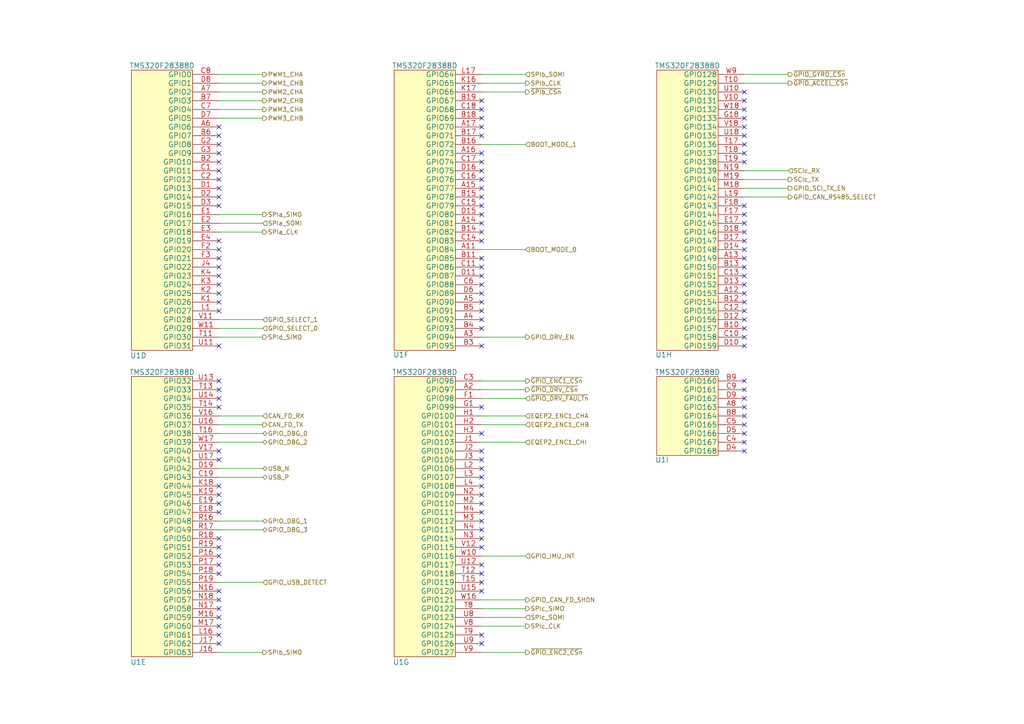
<source format=kicad_sch>
(kicad_sch (version 20231120) (generator "eeschema") (generator_version "8.0")
  (paper "A4")
  (title_block (title "Open MOtor DRiver Initiative  - Single Axis (OMODRI_SA)") (date "2025-03-07") (rev "1.0") (company "LAAS/CNRS"))
  (lib_symbols
    (symbol "omodri_lib:TMS320F28388D" (pin_names (offset 0.254))
      (property "Reference" "U" (at -8.89 55.88 0))
      (property "Value" "TMS320F28388D" (at 0 53.34 0))
      (symbol "TMS320F28388D_1_1"
        (rectangle (start -8.89 49.53) (end 8.89 -46.99) (fill (type background)))
        (pin power_in line (at -16.51 48.26 0) (length 7.62) (name "VSS") (number "A1"))
        (pin power_in line (at -16.51 45.72 0) (length 7.62) (name "VSS") (number "A10"))
        (pin power_in line (at -16.51 43.18 0) (length 7.62) (name "VSS") (number "A19"))
        (pin power_in line (at -16.51 33.02 0) (length 7.62) (name "VSS") (number "E12"))
        (pin power_in line (at -16.51 30.48 0) (length 7.62) (name "VSS") (number "E14"))
        (pin power_in line (at -16.51 27.94 0) (length 7.62) (name "VSS") (number "E15"))
        (pin power_in line (at -16.51 40.64 0) (length 7.62) (name "VSS") (number "E5"))
        (pin power_in line (at -16.51 38.1 0) (length 7.62) (name "VSS") (number "E6"))
        (pin power_in line (at -16.51 35.56 0) (length 7.62) (name "VSS") (number "E8"))
        (pin power_in line (at -16.51 17.78 0) (length 7.62) (name "VSS") (number "F12"))
        (pin power_in line (at -16.51 15.24 0) (length 7.62) (name "VSS") (number "F14"))
        (pin power_in line (at -16.51 12.7 0) (length 7.62) (name "VSS") (number "F15"))
        (pin power_in line (at -16.51 25.4 0) (length 7.62) (name "VSS") (number "F5"))
        (pin power_in line (at -16.51 22.86 0) (length 7.62) (name "VSS") (number "F6"))
        (pin power_in line (at -16.51 20.32 0) (length 7.62) (name "VSS") (number "F8"))
        (pin power_in line (at -16.51 10.16 0) (length 7.62) (name "VSS") (number "G16"))
        (pin power_in line (at -16.51 7.62 0) (length 7.62) (name "VSS") (number "G17"))
        (pin power_in line (at -16.51 0 0) (length 7.62) (name "VSS") (number "H10"))
        (pin power_in line (at -16.51 -2.54 0) (length 7.62) (name "VSS") (number "H11"))
        (pin power_in line (at -16.51 -5.08 0) (length 7.62) (name "VSS") (number "H12"))
        (pin power_in line (at -16.51 -7.62 0) (length 7.62) (name "VSS") (number "H14"))
        (pin power_in line (at -16.51 -10.16 0) (length 7.62) (name "VSS") (number "H15"))
        (pin power_in line (at 16.51 48.26 180) (length 7.62) (name "VSSOSC") (number "H18"))
        (pin power_in line (at 16.51 45.72 180) (length 7.62) (name "VSSOSC") (number "H19"))
        (pin power_in line (at -16.51 5.08 0) (length 7.62) (name "VSS") (number "H8"))
        (pin power_in line (at -16.51 2.54 0) (length 7.62) (name "VSS") (number "H9"))
        (pin power_in line (at -16.51 -22.86 0) (length 7.62) (name "VSS") (number "J10"))
        (pin power_in line (at -16.51 -25.4 0) (length 7.62) (name "VSS") (number "J11"))
        (pin power_in line (at -16.51 -27.94 0) (length 7.62) (name "VSS") (number "J12"))
        (pin power_in line (at -16.51 -12.7 0) (length 7.62) (name "VSS") (number "J5"))
        (pin power_in line (at -16.51 -15.24 0) (length 7.62) (name "VSS") (number "J6"))
        (pin power_in line (at -16.51 -17.78 0) (length 7.62) (name "VSS") (number "J8"))
        (pin power_in line (at -16.51 -20.32 0) (length 7.62) (name "VSS") (number "J9"))
        (pin power_in line (at -16.51 -35.56 0) (length 7.62) (name "VSS") (number "K10"))
        (pin power_in line (at -16.51 -38.1 0) (length 7.62) (name "VSS") (number "K11"))
        (pin power_in line (at -16.51 -40.64 0) (length 7.62) (name "VSS") (number "K12"))
        (pin power_in line (at -16.51 -43.18 0) (length 7.62) (name "VSS") (number "K14"))
        (pin power_in line (at -16.51 -45.72 0) (length 7.62) (name "VSS") (number "K15"))
        (pin power_in line (at -16.51 -30.48 0) (length 7.62) (name "VSS") (number "K8"))
        (pin power_in line (at -16.51 -33.02 0) (length 7.62) (name "VSS") (number "K9"))
        (pin power_in line (at 16.51 17.78 180) (length 7.62) (name "VSS") (number "L10"))
        (pin power_in line (at 16.51 15.24 180) (length 7.62) (name "VSS") (number "L11"))
        (pin power_in line (at 16.51 12.7 180) (length 7.62) (name "VSS") (number "L12"))
        (pin power_in line (at 16.51 10.16 180) (length 7.62) (name "VSS") (number "L18"))
        (pin power_in line (at 16.51 27.94 180) (length 7.62) (name "VSS") (number "L5"))
        (pin power_in line (at 16.51 25.4 180) (length 7.62) (name "VSS") (number "L6"))
        (pin power_in line (at 16.51 22.86 180) (length 7.62) (name "VSS") (number "L8"))
        (pin power_in line (at 16.51 20.32 180) (length 7.62) (name "VSS") (number "L9"))
        (pin power_in line (at 16.51 2.54 180) (length 7.62) (name "VSS") (number "M10"))
        (pin power_in line (at 16.51 0 180) (length 7.62) (name "VSS") (number "M11"))
        (pin power_in line (at 16.51 -2.54 180) (length 7.62) (name "VSS") (number "M12"))
        (pin power_in line (at 16.51 -5.08 180) (length 7.62) (name "VSS") (number "M14"))
        (pin power_in line (at 16.51 -7.62 180) (length 7.62) (name "VSS") (number "M15"))
        (pin power_in line (at 16.51 7.62 180) (length 7.62) (name "VSS") (number "M8"))
        (pin power_in line (at 16.51 5.08 180) (length 7.62) (name "VSS") (number "M9"))
        (pin power_in line (at 16.51 -10.16 180) (length 7.62) (name "VSS") (number "N1"))
        (pin power_in line (at 16.51 -12.7 180) (length 7.62) (name "VSS") (number "N5"))
        (pin power_in line (at 16.51 -15.24 180) (length 7.62) (name "VSS") (number "N6"))
        (pin power_in line (at 16.51 41.91 180) (length 7.62) (name "VSSA") (number "P1"))
        (pin power_in line (at 16.51 -22.86 180) (length 7.62) (name "VSS") (number "P11"))
        (pin power_in line (at 16.51 -25.4 180) (length 7.62) (name "VSS") (number "P12"))
        (pin power_in line (at 16.51 -27.94 180) (length 7.62) (name "VSS") (number "P14"))
        (pin power_in line (at 16.51 -30.48 180) (length 7.62) (name "VSS") (number "P15"))
        (pin power_in line (at 16.51 39.37 180) (length 7.62) (name "VSSA") (number "P5"))
        (pin power_in line (at 16.51 -17.78 180) (length 7.62) (name "VSS") (number "P7"))
        (pin power_in line (at 16.51 -20.32 180) (length 7.62) (name "VSS") (number "P8"))
        (pin power_in line (at 16.51 -38.1 180) (length 7.62) (name "VSS") (number "R14"))
        (pin power_in line (at 16.51 -40.64 180) (length 7.62) (name "VSS") (number "R15"))
        (pin power_in line (at 16.51 36.83 180) (length 7.62) (name "VSSA") (number "R5"))
        (pin power_in line (at 16.51 -33.02 180) (length 7.62) (name "VSS") (number "R7"))
        (pin power_in line (at 16.51 -35.56 180) (length 7.62) (name "VSS") (number "R8"))
        (pin power_in line (at 16.51 34.29 180) (length 7.62) (name "VSSA") (number "V7"))
        (pin power_in line (at 16.51 31.75 180) (length 7.62) (name "VSSA") (number "W1"))
        (pin power_in line (at 16.51 -45.72 180) (length 7.62) (name "VSS") (number "W19"))
        (pin power_in line (at 16.51 -43.18 180) (length 7.62) (name "VSS") (number "W7"))
      )
      (symbol "TMS320F28388D_2_1"
        (rectangle (start -10.16 49.53) (end 10.16 -21.59) (fill (type background)))
        (pin power_in line (at 17.78 45.72 180) (length 7.62) (name "VDDIO") (number "A18"))
        (pin power_in line (at 17.78 48.26 180) (length 7.62) (name "VDDIO") (number "A9"))
        (pin power_in line (at 17.78 43.18 180) (length 7.62) (name "VDDIO") (number "B1"))
        (pin power_in line (at 17.78 38.1 180) (length 7.62) (name "VDDIO") (number "E10"))
        (pin power_in line (at -17.78 45.72 0) (length 7.62) (name "VDD") (number "E11"))
        (pin power_in line (at 17.78 35.56 180) (length 7.62) (name "VDDIO") (number "E13"))
        (pin power_in line (at 17.78 33.02 180) (length 7.62) (name "VDDIO") (number "E16"))
        (pin power_in line (at 17.78 40.64 180) (length 7.62) (name "VDDIO") (number "E7"))
        (pin power_in line (at -17.78 48.26 0) (length 7.62) (name "VDD") (number "E9"))
        (pin power_in line (at 17.78 25.4 180) (length 7.62) (name "VDDIO") (number "F10"))
        (pin power_in line (at -17.78 40.64 0) (length 7.62) (name "VDD") (number "F11"))
        (pin power_in line (at 17.78 22.86 180) (length 7.62) (name "VDDIO") (number "F13"))
        (pin power_in line (at 17.78 20.32 180) (length 7.62) (name "VDDIO") (number "F16"))
        (pin power_in line (at 17.78 30.48 180) (length 7.62) (name "VDDIO") (number "F4"))
        (pin power_in line (at 17.78 27.94 180) (length 7.62) (name "VDDIO") (number "F7"))
        (pin power_in line (at -17.78 43.18 0) (length 7.62) (name "VDD") (number "F9"))
        (pin power_in line (at -17.78 38.1 0) (length 7.62) (name "VDD") (number "G14"))
        (pin power_in line (at -17.78 35.56 0) (length 7.62) (name "VDD") (number "G15"))
        (pin power_in line (at 17.78 17.78 180) (length 7.62) (name "VDDIO") (number "G4"))
        (pin power_in line (at 17.78 15.24 180) (length 7.62) (name "VDDIO") (number "G5"))
        (pin power_in line (at 17.78 12.7 180) (length 7.62) (name "VDDIO") (number "G6"))
        (pin power_in line (at -17.78 -17.78 0) (length 7.62) (name "VDDOSC") (number "H16"))
        (pin power_in line (at -17.78 -20.32 0) (length 7.62) (name "VDDOSC") (number "H17"))
        (pin power_in line (at 17.78 10.16 180) (length 7.62) (name "VDDIO") (number "H5"))
        (pin power_in line (at 17.78 7.62 180) (length 7.62) (name "VDDIO") (number "H6"))
        (pin power_in line (at -17.78 33.02 0) (length 7.62) (name "VDD") (number "J14"))
        (pin power_in line (at -17.78 30.48 0) (length 7.62) (name "VDD") (number "J15"))
        (pin power_in line (at -17.78 27.94 0) (length 7.62) (name "VDD") (number "K5"))
        (pin power_in line (at -17.78 25.4 0) (length 7.62) (name "VDD") (number "K6"))
        (pin power_in line (at 17.78 5.08 180) (length 7.62) (name "VDDIO") (number "L14"))
        (pin power_in line (at 17.78 2.54 180) (length 7.62) (name "VDDIO") (number "L15"))
        (pin power_in line (at 17.78 0 180) (length 7.62) (name "VDDIO") (number "M1"))
        (pin power_in line (at 17.78 -2.54 180) (length 7.62) (name "VDDIO") (number "M5"))
        (pin power_in line (at 17.78 -5.08 180) (length 7.62) (name "VDDIO") (number "M6"))
        (pin power_in line (at 17.78 -7.62 180) (length 7.62) (name "VDDIO") (number "N14"))
        (pin power_in line (at 17.78 -10.16 180) (length 7.62) (name "VDDIO") (number "N15"))
        (pin power_in line (at -17.78 22.86 0) (length 7.62) (name "VDD") (number "P10"))
        (pin power_in line (at -17.78 20.32 0) (length 7.62) (name "VDD") (number "P13"))
        (pin power_in line (at -17.78 10.16 0) (length 7.62) (name "VDDA") (number "P6"))
        (pin power_in line (at 17.78 -12.7 180) (length 7.62) (name "VDDIO") (number "P9"))
        (pin power_in line (at -17.78 17.78 0) (length 7.62) (name "VDD") (number "R10"))
        (pin power_in line (at -17.78 -3.81 0) (length 7.62) (name "VDD3VFL") (number "R11"))
        (pin power_in line (at -17.78 -6.35 0) (length 7.62) (name "VDD3VFL") (number "R12"))
        (pin power_in line (at -17.78 15.24 0) (length 7.62) (name "VDD") (number "R13"))
        (pin power_in line (at -17.78 7.62 0) (length 7.62) (name "VDDA") (number "R6"))
        (pin power_in line (at 17.78 -15.24 180) (length 7.62) (name "VDDIO") (number "R9"))
        (pin power_in line (at 17.78 -17.78 180) (length 7.62) (name "VDDIO") (number "V19"))
        (pin power_in line (at 17.78 -20.32 180) (length 7.62) (name "VDDIO") (number "W8"))
      )
      (symbol "TMS320F28388D_3_1"
        (rectangle (start -11.43 49.53) (end 11.43 -21.59) (fill (type background)))
        (pin power_in line (at -19.05 7.62 0) (length 7.62) (name "VREFLOC") (number "P2"))
        (pin input line (at 19.05 10.16 180) (length 7.62) (name "ADCINC3") (number "P3"))
        (pin input line (at 19.05 5.08 180) (length 7.62) (name "ADCINC5") (number "P4"))
        (pin power_in line (at -19.05 43.18 0) (length 7.62) (name "VREFHIC") (number "R1"))
        (pin power_in line (at -19.05 12.7 0) (length 7.62) (name "VREFLOA") (number "R2"))
        (pin input line (at 19.05 12.7 180) (length 7.62) (name "ADCINC2") (number "R3"))
        (pin input line (at 19.05 7.62 180) (length 7.62) (name "ADCINC4") (number "R4"))
        (pin input line (at 19.05 45.72 180) (length 7.62) (name "ADCINA1") (number "T1"))
        (pin input line (at 19.05 40.64 180) (length 7.62) (name "ADCINA3") (number "T2"))
        (pin input line (at 19.05 35.56 180) (length 7.62) (name "ADCINA5") (number "T3"))
        (pin input line (at 19.05 -17.78 180) (length 7.62) (name "ADCIN14") (number "T4"))
        (pin input line (at 19.05 0 180) (length 7.62) (name "ADCIND0") (number "T5"))
        (pin input line (at 19.05 -5.08 180) (length 7.62) (name "ADCIND2") (number "T6"))
        (pin input line (at 19.05 -10.16 180) (length 7.62) (name "ADCIND4") (number "T7"))
        (pin input line (at 19.05 48.26 180) (length 7.62) (name "ADCINA0") (number "U1"))
        (pin input line (at 19.05 43.18 180) (length 7.62) (name "ADCINA2") (number "U2"))
        (pin input line (at 19.05 38.1 180) (length 7.62) (name "ADCINA4") (number "U3"))
        (pin input line (at 19.05 -20.32 180) (length 7.62) (name "ADCIN15") (number "U4"))
        (pin input line (at 19.05 -2.54 180) (length 7.62) (name "ADCIND1") (number "U5"))
        (pin input line (at 19.05 -7.62 180) (length 7.62) (name "ADCIND3") (number "U6"))
        (pin input line (at 19.05 -12.7 180) (length 7.62) (name "ADCIND5") (number "U7"))
        (pin power_in line (at -19.05 48.26 0) (length 7.62) (name "VREFHIA") (number "V1"))
        (pin input line (at 19.05 30.48 180) (length 7.62) (name "ADCINB0") (number "V2"))
        (pin input line (at 19.05 25.4 180) (length 7.62) (name "ADCINB2") (number "V3"))
        (pin input line (at 19.05 20.32 180) (length 7.62) (name "ADCINB4") (number "V4"))
        (pin power_in line (at -19.05 40.64 0) (length 7.62) (name "VREFHID") (number "V5"))
        (pin power_in line (at -19.05 10.16 0) (length 7.62) (name "VREFLOB") (number "V6"))
        (pin input line (at 19.05 27.94 180) (length 7.62) (name "ADCINB1") (number "W2"))
        (pin input line (at 19.05 22.86 180) (length 7.62) (name "ADCINB3") (number "W3"))
        (pin input line (at 19.05 17.78 180) (length 7.62) (name "ADCINB5") (number "W4"))
        (pin power_in line (at -19.05 45.72 0) (length 7.62) (name "VREFHIB") (number "W5"))
        (pin power_in line (at -19.05 5.08 0) (length 7.62) (name "VREFLOD") (number "W6"))
      )
      (symbol "TMS320F28388D_4_1"
        (rectangle (start -8.89 49.53) (end 8.89 -31.75) (fill (type background)))
        (pin passive line (at 16.51 33.02 180) (length 7.62) (name "GPIO6") (number "A6"))
        (pin passive line (at 16.51 43.18 180) (length 7.62) (name "GPIO2") (number "A7"))
        (pin passive line (at 16.51 22.86 180) (length 7.62) (name "GPIO10") (number "B2"))
        (pin passive line (at 16.51 30.48 180) (length 7.62) (name "GPIO7") (number "B6"))
        (pin passive line (at 16.51 40.64 180) (length 7.62) (name "GPIO3") (number "B7"))
        (pin passive line (at 16.51 20.32 180) (length 7.62) (name "GPIO11") (number "C1"))
        (pin passive line (at 16.51 17.78 180) (length 7.62) (name "GPIO12") (number "C2"))
        (pin passive line (at 16.51 38.1 180) (length 7.62) (name "GPIO4") (number "C7"))
        (pin passive line (at 16.51 48.26 180) (length 7.62) (name "GPIO0") (number "C8"))
        (pin passive line (at 16.51 15.24 180) (length 7.62) (name "GPIO13") (number "D1"))
        (pin passive line (at 16.51 12.7 180) (length 7.62) (name "GPIO14") (number "D2"))
        (pin passive line (at 16.51 10.16 180) (length 7.62) (name "GPIO15") (number "D3"))
        (pin passive line (at 16.51 35.56 180) (length 7.62) (name "GPIO5") (number "D7"))
        (pin passive line (at 16.51 45.72 180) (length 7.62) (name "GPIO1") (number "D8"))
        (pin passive line (at 16.51 7.62 180) (length 7.62) (name "GPIO16") (number "E1"))
        (pin passive line (at 16.51 5.08 180) (length 7.62) (name "GPIO17") (number "E2"))
        (pin passive line (at 16.51 2.54 180) (length 7.62) (name "GPIO18") (number "E3"))
        (pin passive line (at 16.51 0 180) (length 7.62) (name "GPIO19") (number "E4"))
        (pin passive line (at 16.51 -2.54 180) (length 7.62) (name "GPIO20") (number "F2"))
        (pin passive line (at 16.51 -5.08 180) (length 7.62) (name "GPIO21") (number "F3"))
        (pin passive line (at 16.51 27.94 180) (length 7.62) (name "GPIO8") (number "G2"))
        (pin passive line (at 16.51 25.4 180) (length 7.62) (name "GPIO9") (number "G3"))
        (pin passive line (at 16.51 -7.62 180) (length 7.62) (name "GPIO22") (number "J4"))
        (pin passive line (at 16.51 -17.78 180) (length 7.62) (name "GPIO26") (number "K1"))
        (pin passive line (at 16.51 -15.24 180) (length 7.62) (name "GPIO25") (number "K2"))
        (pin passive line (at 16.51 -12.7 180) (length 7.62) (name "GPIO24") (number "K3"))
        (pin passive line (at 16.51 -10.16 180) (length 7.62) (name "GPIO23") (number "K4"))
        (pin passive line (at 16.51 -20.32 180) (length 7.62) (name "GPIO27") (number "L1"))
        (pin passive line (at 16.51 -27.94 180) (length 7.62) (name "GPIO30") (number "T11"))
        (pin passive line (at 16.51 -30.48 180) (length 7.62) (name "GPIO31") (number "U11"))
        (pin passive line (at 16.51 -22.86 180) (length 7.62) (name "GPIO28") (number "V11"))
        (pin passive line (at 16.51 -25.4 180) (length 7.62) (name "GPIO29") (number "W11"))
      )
      (symbol "TMS320F28388D_5_1"
        (rectangle (start -8.89 49.53) (end 8.89 -31.75) (fill (type background)))
        (pin passive line (at 16.51 20.32 180) (length 7.62) (name "GPIO43") (number "C19"))
        (pin passive line (at 16.51 22.86 180) (length 7.62) (name "GPIO42") (number "D19"))
        (pin passive line (at 16.51 10.16 180) (length 7.62) (name "GPIO47") (number "E18"))
        (pin passive line (at 16.51 12.7 180) (length 7.62) (name "GPIO46") (number "E19"))
        (pin passive line (at 16.51 -30.48 180) (length 7.62) (name "GPIO63") (number "J16"))
        (pin passive line (at 16.51 -27.94 180) (length 7.62) (name "GPIO62") (number "J17"))
        (pin passive line (at 16.51 17.78 180) (length 7.62) (name "GPIO44") (number "K18"))
        (pin passive line (at 16.51 15.24 180) (length 7.62) (name "GPIO45") (number "K19"))
        (pin passive line (at 16.51 -25.4 180) (length 7.62) (name "GPIO61") (number "L16"))
        (pin passive line (at 16.51 -20.32 180) (length 7.62) (name "GPIO59") (number "M16"))
        (pin passive line (at 16.51 -22.86 180) (length 7.62) (name "GPIO60") (number "M17"))
        (pin passive line (at 16.51 -12.7 180) (length 7.62) (name "GPIO56") (number "N16"))
        (pin passive line (at 16.51 -17.78 180) (length 7.62) (name "GPIO58") (number "N17"))
        (pin passive line (at 16.51 -15.24 180) (length 7.62) (name "GPIO57") (number "N18"))
        (pin passive line (at 16.51 -2.54 180) (length 7.62) (name "GPIO52") (number "P16"))
        (pin passive line (at 16.51 -5.08 180) (length 7.62) (name "GPIO53") (number "P17"))
        (pin passive line (at 16.51 -7.62 180) (length 7.62) (name "GPIO54") (number "P18"))
        (pin passive line (at 16.51 -10.16 180) (length 7.62) (name "GPIO55") (number "P19"))
        (pin passive line (at 16.51 7.62 180) (length 7.62) (name "GPIO48") (number "R16"))
        (pin passive line (at 16.51 5.08 180) (length 7.62) (name "GPIO49") (number "R17"))
        (pin passive line (at 16.51 2.54 180) (length 7.62) (name "GPIO50") (number "R18"))
        (pin passive line (at 16.51 0 180) (length 7.62) (name "GPIO51") (number "R19"))
        (pin passive line (at 16.51 45.72 180) (length 7.62) (name "GPIO33") (number "T13"))
        (pin passive line (at 16.51 40.64 180) (length 7.62) (name "GPIO35") (number "T14"))
        (pin passive line (at 16.51 33.02 180) (length 7.62) (name "GPIO38") (number "T16"))
        (pin passive line (at 16.51 48.26 180) (length 7.62) (name "GPIO32") (number "U13"))
        (pin passive line (at 16.51 43.18 180) (length 7.62) (name "GPIO34") (number "U14"))
        (pin passive line (at 16.51 35.56 180) (length 7.62) (name "GPIO37") (number "U16"))
        (pin passive line (at 16.51 25.4 180) (length 7.62) (name "GPIO41") (number "U17"))
        (pin passive line (at 16.51 38.1 180) (length 7.62) (name "GPIO36") (number "V16"))
        (pin passive line (at 16.51 27.94 180) (length 7.62) (name "GPIO40") (number "V17"))
        (pin passive line (at 16.51 30.48 180) (length 7.62) (name "GPIO39") (number "W17"))
      )
      (symbol "TMS320F28388D_6_1"
        (rectangle (start -8.89 49.53) (end 8.89 -31.75) (fill (type background)))
        (pin passive line (at 16.51 -2.54 180) (length 7.62) (name "GPIO84") (number "A11"))
        (pin passive line (at 16.51 5.08 180) (length 7.62) (name "GPIO81") (number "A14"))
        (pin passive line (at 16.51 15.24 180) (length 7.62) (name "GPIO77") (number "A15"))
        (pin passive line (at 16.51 25.4 180) (length 7.62) (name "GPIO73") (number "A16"))
        (pin passive line (at 16.51 33.02 180) (length 7.62) (name "GPIO70") (number "A17"))
        (pin passive line (at 16.51 -27.94 180) (length 7.62) (name "GPIO94") (number "A3"))
        (pin passive line (at 16.51 -22.86 180) (length 7.62) (name "GPIO92") (number "A4"))
        (pin passive line (at 16.51 -17.78 180) (length 7.62) (name "GPIO90") (number "A5"))
        (pin passive line (at 16.51 -5.08 180) (length 7.62) (name "GPIO85") (number "B11"))
        (pin passive line (at 16.51 2.54 180) (length 7.62) (name "GPIO82") (number "B14"))
        (pin passive line (at 16.51 12.7 180) (length 7.62) (name "GPIO78") (number "B15"))
        (pin passive line (at 16.51 27.94 180) (length 7.62) (name "GPIO72") (number "B16"))
        (pin passive line (at 16.51 30.48 180) (length 7.62) (name "GPIO71") (number "B17"))
        (pin passive line (at 16.51 35.56 180) (length 7.62) (name "GPIO69") (number "B18"))
        (pin passive line (at 16.51 40.64 180) (length 7.62) (name "GPIO67") (number "B19"))
        (pin passive line (at 16.51 -30.48 180) (length 7.62) (name "GPIO95") (number "B3"))
        (pin passive line (at 16.51 -25.4 180) (length 7.62) (name "GPIO93") (number "B4"))
        (pin passive line (at 16.51 -20.32 180) (length 7.62) (name "GPIO91") (number "B5"))
        (pin passive line (at 16.51 -7.62 180) (length 7.62) (name "GPIO86") (number "C11"))
        (pin passive line (at 16.51 0 180) (length 7.62) (name "GPIO83") (number "C14"))
        (pin passive line (at 16.51 10.16 180) (length 7.62) (name "GPIO79") (number "C15"))
        (pin passive line (at 16.51 17.78 180) (length 7.62) (name "GPIO76") (number "C16"))
        (pin passive line (at 16.51 22.86 180) (length 7.62) (name "GPIO74") (number "C17"))
        (pin passive line (at 16.51 38.1 180) (length 7.62) (name "GPIO68") (number "C18"))
        (pin passive line (at 16.51 -12.7 180) (length 7.62) (name "GPIO88") (number "C6"))
        (pin passive line (at 16.51 -10.16 180) (length 7.62) (name "GPIO87") (number "D11"))
        (pin passive line (at 16.51 7.62 180) (length 7.62) (name "GPIO80") (number "D15"))
        (pin passive line (at 16.51 20.32 180) (length 7.62) (name "GPIO75") (number "D16"))
        (pin passive line (at 16.51 -15.24 180) (length 7.62) (name "GPIO89") (number "D6"))
        (pin passive line (at 16.51 45.72 180) (length 7.62) (name "GPIO65") (number "K16"))
        (pin passive line (at 16.51 43.18 180) (length 7.62) (name "GPIO66") (number "K17"))
        (pin passive line (at 16.51 48.26 180) (length 7.62) (name "GPIO64") (number "L17"))
      )
      (symbol "TMS320F28388D_7_1"
        (rectangle (start -8.89 49.53) (end 8.89 -31.75) (fill (type background)))
        (pin passive line (at 16.51 45.72 180) (length 7.62) (name "GPIO97") (number "A2"))
        (pin passive line (at 16.51 48.26 180) (length 7.62) (name "GPIO96") (number "C3"))
        (pin passive line (at 16.51 43.18 180) (length 7.62) (name "GPIO98") (number "F1"))
        (pin passive line (at 16.51 40.64 180) (length 7.62) (name "GPIO99") (number "G1"))
        (pin passive line (at 16.51 38.1 180) (length 7.62) (name "GPIO100") (number "H1"))
        (pin passive line (at 16.51 35.56 180) (length 7.62) (name "GPIO101") (number "H2"))
        (pin passive line (at 16.51 33.02 180) (length 7.62) (name "GPIO102") (number "H3"))
        (pin passive line (at 16.51 30.48 180) (length 7.62) (name "GPIO103") (number "J1"))
        (pin passive line (at 16.51 27.94 180) (length 7.62) (name "GPIO104") (number "J2"))
        (pin passive line (at 16.51 25.4 180) (length 7.62) (name "GPIO105") (number "J3"))
        (pin passive line (at 16.51 22.86 180) (length 7.62) (name "GPIO106") (number "L2"))
        (pin passive line (at 16.51 20.32 180) (length 7.62) (name "GPIO107") (number "L3"))
        (pin passive line (at 16.51 17.78 180) (length 7.62) (name "GPIO108") (number "L4"))
        (pin passive line (at 16.51 12.7 180) (length 7.62) (name "GPIO110") (number "M2"))
        (pin passive line (at 16.51 7.62 180) (length 7.62) (name "GPIO112") (number "M3"))
        (pin passive line (at 16.51 10.16 180) (length 7.62) (name "GPIO111") (number "M4"))
        (pin passive line (at 16.51 15.24 180) (length 7.62) (name "GPIO109") (number "N2"))
        (pin passive line (at 16.51 2.54 180) (length 7.62) (name "GPIO114") (number "N3"))
        (pin passive line (at 16.51 5.08 180) (length 7.62) (name "GPIO113") (number "N4"))
        (pin passive line (at 16.51 -7.62 180) (length 7.62) (name "GPIO118") (number "T12"))
        (pin passive line (at 16.51 -10.16 180) (length 7.62) (name "GPIO119") (number "T15"))
        (pin passive line (at 16.51 -17.78 180) (length 7.62) (name "GPIO122") (number "T8"))
        (pin passive line (at 16.51 -25.4 180) (length 7.62) (name "GPIO125") (number "T9"))
        (pin passive line (at 16.51 -5.08 180) (length 7.62) (name "GPIO117") (number "U12"))
        (pin passive line (at 16.51 -12.7 180) (length 7.62) (name "GPIO120") (number "U15"))
        (pin passive line (at 16.51 -20.32 180) (length 7.62) (name "GPIO123") (number "U8"))
        (pin passive line (at 16.51 -27.94 180) (length 7.62) (name "GPIO126") (number "U9"))
        (pin passive line (at 16.51 0 180) (length 7.62) (name "GPIO115") (number "V12"))
        (pin passive line (at 16.51 -22.86 180) (length 7.62) (name "GPIO124") (number "V8"))
        (pin passive line (at 16.51 -30.48 180) (length 7.62) (name "GPIO127") (number "V9"))
        (pin passive line (at 16.51 -2.54 180) (length 7.62) (name "GPIO116") (number "W10"))
        (pin passive line (at 16.51 -15.24 180) (length 7.62) (name "GPIO121") (number "W16"))
      )
      (symbol "TMS320F28388D_8_1"
        (rectangle (start -8.89 49.53) (end 8.89 -31.75) (fill (type background)))
        (pin passive line (at 16.51 -15.24 180) (length 7.62) (name "GPIO153") (number "A12"))
        (pin passive line (at 16.51 -5.08 180) (length 7.62) (name "GPIO149") (number "A13"))
        (pin passive line (at 16.51 -25.4 180) (length 7.62) (name "GPIO157") (number "B10"))
        (pin passive line (at 16.51 -17.78 180) (length 7.62) (name "GPIO154") (number "B12"))
        (pin passive line (at 16.51 -7.62 180) (length 7.62) (name "GPIO150") (number "B13"))
        (pin passive line (at 16.51 -27.94 180) (length 7.62) (name "GPIO158") (number "C10"))
        (pin passive line (at 16.51 -20.32 180) (length 7.62) (name "GPIO155") (number "C12"))
        (pin passive line (at 16.51 -10.16 180) (length 7.62) (name "GPIO151") (number "C13"))
        (pin passive line (at 16.51 -30.48 180) (length 7.62) (name "GPIO159") (number "D10"))
        (pin passive line (at 16.51 -22.86 180) (length 7.62) (name "GPIO156") (number "D12"))
        (pin passive line (at 16.51 -12.7 180) (length 7.62) (name "GPIO152") (number "D13"))
        (pin passive line (at 16.51 -2.54 180) (length 7.62) (name "GPIO148") (number "D14"))
        (pin passive line (at 16.51 0 180) (length 7.62) (name "GPIO147") (number "D17"))
        (pin passive line (at 16.51 2.54 180) (length 7.62) (name "GPIO146") (number "D18"))
        (pin passive line (at 16.51 5.08 180) (length 7.62) (name "GPIO145") (number "E17"))
        (pin passive line (at 16.51 7.62 180) (length 7.62) (name "GPIO144") (number "F17"))
        (pin passive line (at 16.51 10.16 180) (length 7.62) (name "GPIO143") (number "F18"))
        (pin passive line (at 16.51 35.56 180) (length 7.62) (name "GPIO133") (number "G18"))
        (pin passive line (at 16.51 12.7 180) (length 7.62) (name "GPIO142") (number "L19"))
        (pin passive line (at 16.51 15.24 180) (length 7.62) (name "GPIO141") (number "M18"))
        (pin passive line (at 16.51 17.78 180) (length 7.62) (name "GPIO140") (number "M19"))
        (pin passive line (at 16.51 20.32 180) (length 7.62) (name "GPIO139") (number "N19"))
        (pin passive line (at 16.51 45.72 180) (length 7.62) (name "GPIO129") (number "T10"))
        (pin passive line (at 16.51 27.94 180) (length 7.62) (name "GPIO136") (number "T17"))
        (pin passive line (at 16.51 25.4 180) (length 7.62) (name "GPIO137") (number "T18"))
        (pin passive line (at 16.51 22.86 180) (length 7.62) (name "GPIO138") (number "T19"))
        (pin passive line (at 16.51 43.18 180) (length 7.62) (name "GPIO130") (number "U10"))
        (pin passive line (at 16.51 30.48 180) (length 7.62) (name "GPIO135") (number "U18"))
        (pin passive line (at 16.51 40.64 180) (length 7.62) (name "GPIO131") (number "V10"))
        (pin passive line (at 16.51 33.02 180) (length 7.62) (name "GPIO134") (number "V18"))
        (pin passive line (at 16.51 38.1 180) (length 7.62) (name "GPIO132") (number "W18"))
        (pin passive line (at 16.51 48.26 180) (length 7.62) (name "GPIO128") (number "W9"))
      )
      (symbol "TMS320F28388D_9_1"
        (rectangle (start -8.89 49.53) (end 8.89 26.67) (fill (type background)))
        (pin passive line (at 16.51 40.64 180) (length 7.62) (name "GPIO163") (number "A8"))
        (pin passive line (at 16.51 38.1 180) (length 7.62) (name "GPIO164") (number "B8"))
        (pin passive line (at 16.51 48.26 180) (length 7.62) (name "GPIO160") (number "B9"))
        (pin passive line (at 16.51 30.48 180) (length 7.62) (name "GPIO167") (number "C4"))
        (pin passive line (at 16.51 35.56 180) (length 7.62) (name "GPIO165") (number "C5"))
        (pin passive line (at 16.51 45.72 180) (length 7.62) (name "GPIO161") (number "C9"))
        (pin passive line (at 16.51 27.94 180) (length 7.62) (name "GPIO168") (number "D4"))
        (pin passive line (at 16.51 33.02 180) (length 7.62) (name "GPIO166") (number "D5"))
        (pin passive line (at 16.51 43.18 180) (length 7.62) (name "GPIO162") (number "D9"))
      )
      (symbol "TMS320F28388D_10_1"
        (rectangle (start -8.89 49.53) (end 8.89 16.51) (fill (type background)))
        (pin open_collector line (at -16.51 17.78 0) (length 7.62) (name "~{XRSn}") (number "F19"))
        (pin input clock (at -16.51 43.18 0) (length 7.62) (name "X1") (number "G19"))
        (pin no_connect line (at 16.51 35.56 180) (length 7.62) (name "NC") (number "H4"))
        (pin no_connect line (at 16.51 33.02 180) (length 7.62) (name "NC") (number "J18"))
        (pin output inverted_clock (at -16.51 40.64 0) (length 7.62) (name "X2") (number "J19"))
        (pin open_collector line (at 16.51 48.26 180) (length 7.62) (name "ERRORSTS") (number "U19"))
        (pin no_connect line (at 16.51 40.64 180) (length 7.62) (name "FLT2") (number "V13"))
        (pin input input_low (at 16.51 27.94 180) (length 7.62) (name "~{TRSTn}") (number "V14"))
        (pin input clock (at 16.51 25.4 180) (length 7.62) (name "TCK") (number "V15"))
        (pin no_connect line (at 16.51 43.18 180) (length 7.62) (name "FLT1") (number "W12"))
        (pin input line (at 16.51 20.32 180) (length 7.62) (name "TDI") (number "W13"))
        (pin input line (at 16.51 22.86 180) (length 7.62) (name "TMS") (number "W14"))
        (pin output line (at 16.51 17.78 180) (length 7.62) (name "TDO") (number "W15"))
      )
    )
  )
  (no_connect (at 63.5 186.69))
  (no_connect (at 63.5 158.75))
  (no_connect (at 63.5 113.03))
  (no_connect (at 139.7 87.63))
  (no_connect (at 215.9 64.77))
  (no_connect (at 63.5 80.01))
  (no_connect (at 63.5 161.29))
  (no_connect (at 215.9 44.45))
  (no_connect (at 63.5 146.05))
  (no_connect (at 215.9 26.67))
  (no_connect (at 63.5 52.07))
  (no_connect (at 215.9 80.01))
  (no_connect (at 63.5 143.51))
  (no_connect (at 63.5 57.15))
  (no_connect (at 139.7 34.29))
  (no_connect (at 139.7 62.23))
  (no_connect (at 139.7 95.25))
  (no_connect (at 139.7 92.71))
  (no_connect (at 63.5 130.81))
  (no_connect (at 215.9 72.39))
  (no_connect (at 215.9 46.99))
  (no_connect (at 215.9 31.75))
  (no_connect (at 215.9 125.73))
  (no_connect (at 215.9 97.79))
  (no_connect (at 215.9 29.21))
  (no_connect (at 139.7 80.01))
  (no_connect (at 215.9 39.37))
  (no_connect (at 63.5 77.47))
  (no_connect (at 63.5 90.17))
  (no_connect (at 215.9 130.81))
  (no_connect (at 215.9 92.71))
  (no_connect (at 63.5 54.61))
  (no_connect (at 63.5 49.53))
  (no_connect (at 139.7 153.67))
  (no_connect (at 63.5 36.83))
  (no_connect (at 215.9 100.33))
  (no_connect (at 63.5 171.45))
  (no_connect (at 63.5 59.69))
  (no_connect (at 63.5 156.21))
  (no_connect (at 63.5 69.85))
  (no_connect (at 63.5 82.55))
  (no_connect (at 63.5 85.09))
  (no_connect (at 63.5 87.63))
  (no_connect (at 139.7 67.31))
  (no_connect (at 139.7 54.61))
  (no_connect (at 215.9 67.31))
  (no_connect (at 139.7 64.77))
  (no_connect (at 63.5 39.37))
  (no_connect (at 139.7 74.93))
  (no_connect (at 63.5 118.11))
  (no_connect (at 139.7 184.15))
  (no_connect (at 63.5 140.97))
  (no_connect (at 215.9 113.03))
  (no_connect (at 63.5 133.35))
  (no_connect (at 139.7 156.21))
  (no_connect (at 139.7 171.45))
  (no_connect (at 139.7 163.83))
  (no_connect (at 139.7 148.59))
  (no_connect (at 63.5 176.53))
  (no_connect (at 63.5 184.15))
  (no_connect (at 215.9 120.65))
  (no_connect (at 63.5 115.57))
  (no_connect (at 139.7 138.43))
  (no_connect (at 139.7 39.37))
  (no_connect (at 63.5 46.99))
  (no_connect (at 63.5 100.33))
  (no_connect (at 139.7 29.21))
  (no_connect (at 139.7 77.47))
  (no_connect (at 63.5 44.45))
  (no_connect (at 215.9 77.47))
  (no_connect (at 139.7 125.73))
  (no_connect (at 63.5 166.37))
  (no_connect (at 215.9 82.55))
  (no_connect (at 63.5 163.83))
  (no_connect (at 139.7 135.89))
  (no_connect (at 139.7 59.69))
  (no_connect (at 139.7 130.81))
  (no_connect (at 215.9 87.63))
  (no_connect (at 139.7 186.69))
  (no_connect (at 139.7 46.99))
  (no_connect (at 139.7 69.85))
  (no_connect (at 139.7 49.53))
  (no_connect (at 215.9 95.25))
  (no_connect (at 63.5 41.91))
  (no_connect (at 139.7 133.35))
  (no_connect (at 139.7 57.15))
  (no_connect (at 215.9 41.91))
  (no_connect (at 215.9 34.29))
  (no_connect (at 139.7 151.13))
  (no_connect (at 139.7 118.11))
  (no_connect (at 139.7 36.83))
  (no_connect (at 139.7 52.07))
  (no_connect (at 215.9 69.85))
  (no_connect (at 139.7 90.17))
  (no_connect (at 63.5 72.39))
  (no_connect (at 63.5 74.93))
  (no_connect (at 139.7 158.75))
  (no_connect (at 139.7 31.75))
  (no_connect (at 139.7 146.05))
  (no_connect (at 215.9 110.49))
  (no_connect (at 139.7 100.33))
  (no_connect (at 139.7 143.51))
  (no_connect (at 63.5 181.61))
  (no_connect (at 139.7 85.09))
  (no_connect (at 215.9 74.93))
  (no_connect (at 215.9 62.23))
  (no_connect (at 139.7 166.37))
  (no_connect (at 215.9 90.17))
  (no_connect (at 215.9 59.69))
  (no_connect (at 63.5 179.07))
  (no_connect (at 215.9 123.19))
  (no_connect (at 63.5 148.59))
  (no_connect (at 139.7 44.45))
  (no_connect (at 139.7 82.55))
  (no_connect (at 63.5 110.49))
  (no_connect (at 215.9 36.83))
  (no_connect (at 215.9 128.27))
  (no_connect (at 139.7 168.91))
  (no_connect (at 215.9 115.57))
  (no_connect (at 215.9 85.09))
  (no_connect (at 63.5 173.99))
  (no_connect (at 215.9 118.11))
  (no_connect (at 139.7 140.97))
  (wire (pts (xy 139.7 21.59) (xy 152.4 21.59)))
  (wire (pts (xy 139.7 120.65) (xy 152.4 120.65)))
  (wire (pts (xy 139.7 176.53) (xy 152.4 176.53)))
  (wire (pts (xy 63.5 138.43) (xy 76.2 138.43)))
  (wire (pts (xy 63.5 34.29) (xy 76.2 34.29)))
  (wire (pts (xy 63.5 151.13) (xy 76.2 151.13)))
  (wire (pts (xy 63.5 153.67) (xy 76.2 153.67)))
  (wire (pts (xy 139.7 123.19) (xy 152.4 123.19)))
  (wire (pts (xy 139.7 161.29) (xy 152.4 161.29)))
  (wire (pts (xy 63.5 120.65) (xy 76.2 120.65)))
  (wire (pts (xy 139.7 24.13) (xy 152.4 24.13)))
  (wire (pts (xy 215.9 21.59) (xy 228.6 21.59)))
  (wire (pts (xy 215.9 49.53) (xy 228.6 49.53)))
  (wire (pts (xy 63.5 31.75) (xy 76.2 31.75)))
  (wire (pts (xy 139.7 179.07) (xy 152.4 179.07)))
  (wire (pts (xy 63.5 29.21) (xy 76.2 29.21)))
  (wire (pts (xy 63.5 95.25) (xy 76.2 95.25)))
  (wire (pts (xy 139.7 128.27) (xy 152.4 128.27)))
  (wire (pts (xy 139.7 41.91) (xy 152.4 41.91)))
  (wire (pts (xy 63.5 128.27) (xy 76.2 128.27)))
  (wire (pts (xy 139.7 181.61) (xy 152.4 181.61)))
  (wire (pts (xy 63.5 125.73) (xy 76.2 125.73)))
  (wire (pts (xy 139.7 115.57) (xy 152.4 115.57)))
  (wire (pts (xy 139.7 173.99) (xy 152.4 173.99)))
  (wire (pts (xy 63.5 168.91) (xy 76.2 168.91)))
  (wire (pts (xy 63.5 92.71) (xy 76.2 92.71)))
  (wire (pts (xy 215.9 57.15) (xy 228.6 57.15)))
  (wire (pts (xy 63.5 21.59) (xy 76.2 21.59)))
  (wire (pts (xy 63.5 26.67) (xy 76.2 26.67)))
  (wire (pts (xy 139.7 26.67) (xy 152.4 26.67)))
  (wire (pts (xy 215.9 24.13) (xy 228.6 24.13)))
  (wire (pts (xy 63.5 24.13) (xy 76.2 24.13)))
  (wire (pts (xy 63.5 135.89) (xy 76.2 135.89)))
  (wire (pts (xy 63.5 97.79) (xy 76.2 97.79)))
  (wire (pts (xy 139.7 189.23) (xy 152.4 189.23)))
  (wire (pts (xy 63.5 64.77) (xy 76.2 64.77)))
  (wire (pts (xy 139.7 113.03) (xy 152.4 113.03)))
  (wire (pts (xy 63.5 189.23) (xy 76.2 189.23)))
  (wire (pts (xy 139.7 97.79) (xy 152.4 97.79)))
  (wire (pts (xy 215.9 54.61) (xy 228.6 54.61)))
  (wire (pts (xy 139.7 110.49) (xy 152.4 110.49)))
  (wire (pts (xy 215.9 52.07) (xy 228.6 52.07)))
  (wire (pts (xy 139.7 72.39) (xy 152.4 72.39)))
  (wire (pts (xy 63.5 123.19) (xy 76.2 123.19)))
  (wire (pts (xy 63.5 62.23) (xy 76.2 62.23)))
  (wire (pts (xy 63.5 67.31) (xy 76.2 67.31)))
  (hierarchical_label "PWM1_CHB" (shape output) (at 76.2 24.13 0))
  (hierarchical_label "EQEP2_ENC1_CHI" (shape input) (at 152.4 128.27 0))
  (hierarchical_label "SCIc_TX" (shape output) (at 228.6 52.07 0))
  (hierarchical_label "CAN_FD_RX" (shape input) (at 76.2 120.65 0))
  (hierarchical_label "SPId_SIMO" (shape output) (at 76.2 97.79 0))
  (hierarchical_label "~{GPIO_GYRO_CSn}" (shape output) (at 228.6 21.59 0))
  (hierarchical_label "PWM3_CHA" (shape output) (at 76.2 31.75 0))
  (hierarchical_label "SCIc_RX" (shape input) (at 228.6 49.53 0))
  (hierarchical_label "~{SPIb_CSn}" (shape output) (at 152.4 26.67 0))
  (hierarchical_label "GPIO_SELECT_0" (shape input) (at 76.2 95.25 0))
  (hierarchical_label "GPIO_DBG_1" (shape bidirectional) (at 76.2 151.13 0))
  (hierarchical_label "GPIO_DBG_3" (shape bidirectional) (at 76.2 153.67 0))
  (hierarchical_label "PWM2_CHB" (shape output) (at 76.2 29.21 0))
  (hierarchical_label "PWM2_CHA" (shape output) (at 76.2 26.67 0))
  (hierarchical_label "~{GPIO_ACCEL_CSn}" (shape output) (at 228.6 24.13 0))
  (hierarchical_label "BOOT_MODE_0" (shape input) (at 152.4 72.39 0))
  (hierarchical_label "PWM1_CHA" (shape output) (at 76.2 21.59 0))
  (hierarchical_label "GPIO_IMU_INT" (shape input) (at 152.4 161.29 0))
  (hierarchical_label "SPIa_SOMI" (shape input) (at 76.2 64.77 0))
  (hierarchical_label "GPIO_USB_DETECT" (shape input) (at 76.2 168.91 0))
  (hierarchical_label "EQEP2_ENC1_CHB" (shape input) (at 152.4 123.19 0))
  (hierarchical_label "CAN_FD_TX" (shape output) (at 76.2 123.19 0))
  (hierarchical_label "SPIa_SIMO" (shape output) (at 76.2 62.23 0))
  (hierarchical_label "GPIO_SELECT_1" (shape input) (at 76.2 92.71 0))
  (hierarchical_label "~{GPIO_DRV_FAULTn}" (shape input) (at 152.4 115.57 0))
  (hierarchical_label "SPIc_SIMO" (shape output) (at 152.4 176.53 0))
  (hierarchical_label "SPIb_CLK" (shape output) (at 152.4 24.13 0))
  (hierarchical_label "GPIO_DRV_EN" (shape output) (at 152.4 97.79 0))
  (hierarchical_label "SPIb_SIMO" (shape output) (at 76.2 189.23 0))
  (hierarchical_label "GPIO_DBG_0" (shape bidirectional) (at 76.2 125.73 0))
  (hierarchical_label "GPIO_CAN_RS485_SELECT" (shape output) (at 228.6 57.15 0))
  (hierarchical_label "SPIc_SOMI" (shape input) (at 152.4 179.07 0))
  (hierarchical_label "PWM3_CHB" (shape output) (at 76.2 34.29 0))
  (hierarchical_label "~{GPIO_ENC2_CSn}" (shape output) (at 152.4 189.23 0))
  (hierarchical_label "SPIb_SOMI" (shape input) (at 152.4 21.59 0))
  (hierarchical_label "USB_N" (shape bidirectional) (at 76.2 135.89 0))
  (hierarchical_label "~{GPIO_ENC1_CSn}" (shape output) (at 152.4 110.49 0))
  (hierarchical_label "BOOT_MODE_1" (shape input) (at 152.4 41.91 0))
  (hierarchical_label "SPIc_CLK" (shape output) (at 152.4 181.61 0))
  (hierarchical_label "~{GPIO_DRV_CSn}" (shape output) (at 152.4 113.03 0))
  (hierarchical_label "GPIO_CAN_FD_SHDN" (shape output) (at 152.4 173.99 0))
  (hierarchical_label "SPIa_CLK" (shape output) (at 76.2 67.31 0))
  (hierarchical_label "USB_P" (shape bidirectional) (at 76.2 138.43 0))
  (hierarchical_label "GPIO_DBG_2" (shape bidirectional) (at 76.2 128.27 0))
  (hierarchical_label "GPIO_SCI_TX_EN" (shape output) (at 228.6 54.61 0))
  (hierarchical_label "EQEP2_ENC1_CHA" (shape input) (at 152.4 120.65 0))
  (symbol (lib_id "omodri_lib:TMS320F28388D") (at 46.99 69.85 0) (unit 4)
    (property "Reference" "U1" (at 40.132 103.124 0) (effects (font (size 1.524 1.524))))
    (property "Value" "TMS320F28388D" (at 46.99 19.05 0) (effects (font (size 1.524 1.524))))
    (property "Footprint" "udriver3:NFBGA_337" (effects (hide yes)))
    (property "Datasheet" "https://www.ti.com/lit/ds/symlink/tms320f28388d.pdf" (effects (hide yes)))
    (property "Description" "C2000 family, 32-bit MCU with connectivity manager, 2x C28x+CLA CPU, 1.5-MB flash, FPU64, CLB, ENET, EtherCAT" (effects (hide yes)))
    (property "DigiKey" "296-F28388DZWTS-ND" (effects (hide yes)))
    (property "Mouser" "595-F28388DZWTS" (effects (hide yes)))
    (property "Part No" "F28388DZWTS" (effects (hide yes)))
    (property "LCSC" "C2879671" (effects (hide yes)))
    (property "Manufacturer" "TEXAS INSTRUMENTS" (effects (hide yes)))
    (property "Assembling" "SMD " (effects (hide yes)))
  )
  (symbol (lib_id "omodri_lib:TMS320F28388D") (at 46.99 158.75 0) (unit 5)
    (property "Reference" "U1" (at 40.132 192.024 0) (effects (font (size 1.524 1.524))))
    (property "Value" "TMS320F28388D" (at 46.99 107.95 0) (effects (font (size 1.524 1.524))))
    (property "Footprint" "udriver3:NFBGA_337" (effects (hide yes)))
    (property "Datasheet" "https://www.ti.com/lit/ds/symlink/tms320f28388d.pdf" (effects (hide yes)))
    (property "Description" "C2000 family, 32-bit MCU with connectivity manager, 2x C28x+CLA CPU, 1.5-MB flash, FPU64, CLB, ENET, EtherCAT" (effects (hide yes)))
    (property "DigiKey" "296-F28388DZWTS-ND" (effects (hide yes)))
    (property "Mouser" "595-F28388DZWTS" (effects (hide yes)))
    (property "Part No" "F28388DZWTS" (effects (hide yes)))
    (property "LCSC" "C2879671" (effects (hide yes)))
    (property "Manufacturer" "TEXAS INSTRUMENTS" (effects (hide yes)))
    (property "Assembling" "SMD " (effects (hide yes)))
  )
  (symbol (lib_id "omodri_lib:TMS320F28388D") (at 123.19 69.85 0) (unit 6)
    (property "Reference" "U1" (at 116.332 102.87 0) (effects (font (size 1.524 1.524))))
    (property "Value" "TMS320F28388D" (at 123.19 19.05 0) (effects (font (size 1.524 1.524))))
    (property "Footprint" "udriver3:NFBGA_337" (effects (hide yes)))
    (property "Datasheet" "https://www.ti.com/lit/ds/symlink/tms320f28388d.pdf" (effects (hide yes)))
    (property "Description" "C2000 family, 32-bit MCU with connectivity manager, 2x C28x+CLA CPU, 1.5-MB flash, FPU64, CLB, ENET, EtherCAT" (effects (hide yes)))
    (property "DigiKey" "296-F28388DZWTS-ND" (effects (hide yes)))
    (property "Mouser" "595-F28388DZWTS" (effects (hide yes)))
    (property "Part No" "F28388DZWTS" (effects (hide yes)))
    (property "LCSC" "C2879671" (effects (hide yes)))
    (property "Manufacturer" "TEXAS INSTRUMENTS" (effects (hide yes)))
    (property "Assembling" "SMD " (effects (hide yes)))
  )
  (symbol (lib_id "omodri_lib:TMS320F28388D") (at 123.19 158.75 0) (unit 7)
    (property "Reference" "U1" (at 116.332 192.024 0) (effects (font (size 1.524 1.524))))
    (property "Value" "TMS320F28388D" (at 123.19 107.95 0) (effects (font (size 1.524 1.524))))
    (property "Footprint" "udriver3:NFBGA_337" (effects (hide yes)))
    (property "Datasheet" "https://www.ti.com/lit/ds/symlink/tms320f28388d.pdf" (effects (hide yes)))
    (property "Description" "C2000 family, 32-bit MCU with connectivity manager, 2x C28x+CLA CPU, 1.5-MB flash, FPU64, CLB, ENET, EtherCAT" (effects (hide yes)))
    (property "DigiKey" "296-F28388DZWTS-ND" (effects (hide yes)))
    (property "Mouser" "595-F28388DZWTS" (effects (hide yes)))
    (property "Part No" "F28388DZWTS" (effects (hide yes)))
    (property "LCSC" "C2879671" (effects (hide yes)))
    (property "Manufacturer" "TEXAS INSTRUMENTS" (effects (hide yes)))
    (property "Assembling" "SMD " (effects (hide yes)))
  )
  (symbol (lib_id "omodri_lib:TMS320F28388D") (at 199.39 69.85 0) (unit 8)
    (property "Reference" "U1" (at 192.532 102.87 0) (effects (font (size 1.524 1.524))))
    (property "Value" "TMS320F28388D" (at 199.39 19.05 0) (effects (font (size 1.524 1.524))))
    (property "Footprint" "udriver3:NFBGA_337" (effects (hide yes)))
    (property "Datasheet" "https://www.ti.com/lit/ds/symlink/tms320f28388d.pdf" (effects (hide yes)))
    (property "Description" "C2000 family, 32-bit MCU with connectivity manager, 2x C28x+CLA CPU, 1.5-MB flash, FPU64, CLB, ENET, EtherCAT" (effects (hide yes)))
    (property "DigiKey" "296-F28388DZWTS-ND" (effects (hide yes)))
    (property "Mouser" "595-F28388DZWTS" (effects (hide yes)))
    (property "Part No" "F28388DZWTS" (effects (hide yes)))
    (property "LCSC" "C2879671" (effects (hide yes)))
    (property "Manufacturer" "TEXAS INSTRUMENTS" (effects (hide yes)))
    (property "Assembling" "SMD " (effects (hide yes)))
  )
  (symbol (lib_id "omodri_lib:TMS320F28388D") (at 199.39 158.75 0) (unit 9)
    (property "Reference" "U1" (at 192.024 133.35 0) (effects (font (size 1.524 1.524))))
    (property "Value" "TMS320F28388D" (at 199.39 107.95 0) (effects (font (size 1.524 1.524))))
    (property "Footprint" "udriver3:NFBGA_337" (effects (hide yes)))
    (property "Datasheet" "https://www.ti.com/lit/ds/symlink/tms320f28388d.pdf" (effects (hide yes)))
    (property "Description" "C2000 family, 32-bit MCU with connectivity manager, 2x C28x+CLA CPU, 1.5-MB flash, FPU64, CLB, ENET, EtherCAT" (effects (hide yes)))
    (property "DigiKey" "296-F28388DZWTS-ND" (effects (hide yes)))
    (property "Mouser" "595-F28388DZWTS" (effects (hide yes)))
    (property "Part No" "F28388DZWTS" (effects (hide yes)))
    (property "LCSC" "C2879671" (effects (hide yes)))
    (property "Manufacturer" "TEXAS INSTRUMENTS" (effects (hide yes)))
    (property "Assembling" "SMD " (effects (hide yes)))
  )
)
</source>
